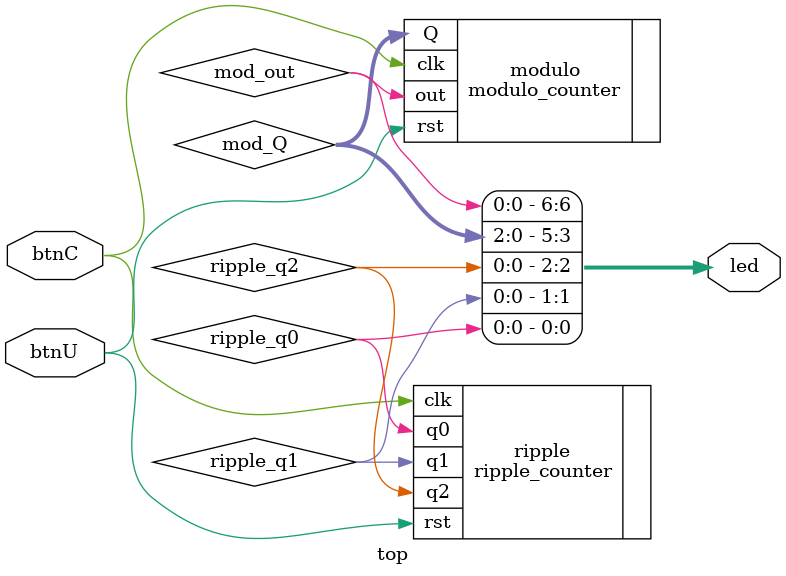
<source format=v>
module top(
    input btnC,
    input btnU,
    output [6:0] led
);
// Ripple counter wires
wire ripple_q0, ripple_q1, ripple_q2;

// Modulo counter wires
wire [2:0] mod_Q;
wire mod_out;


ripple_counter ripple(
    .clk(btnC),
    .rst(btnU),
    .q0(ripple_q0),
    .q1(ripple_q1),
    .q2(ripple_q2)
);

assign led[0] = ripple_q0;
assign led[1] = ripple_q1;
assign led[2] = ripple_q2;

modulo_counter modulo(
    .clk(btnC),
    .rst(btnU),
//    .q0(mod_q0),
//    .q1(mod_q1),
//    .q2(mod_q2),
    .Q(mod_Q),
    .out(mod_out)
);

//assign led[3] = mod_q0;
//assign led[4] = mod_q1;
//assign led[5] = mod_q2;
assign led[5:3] = mod_Q;
assign led[6] = mod_out;

endmodule
</source>
